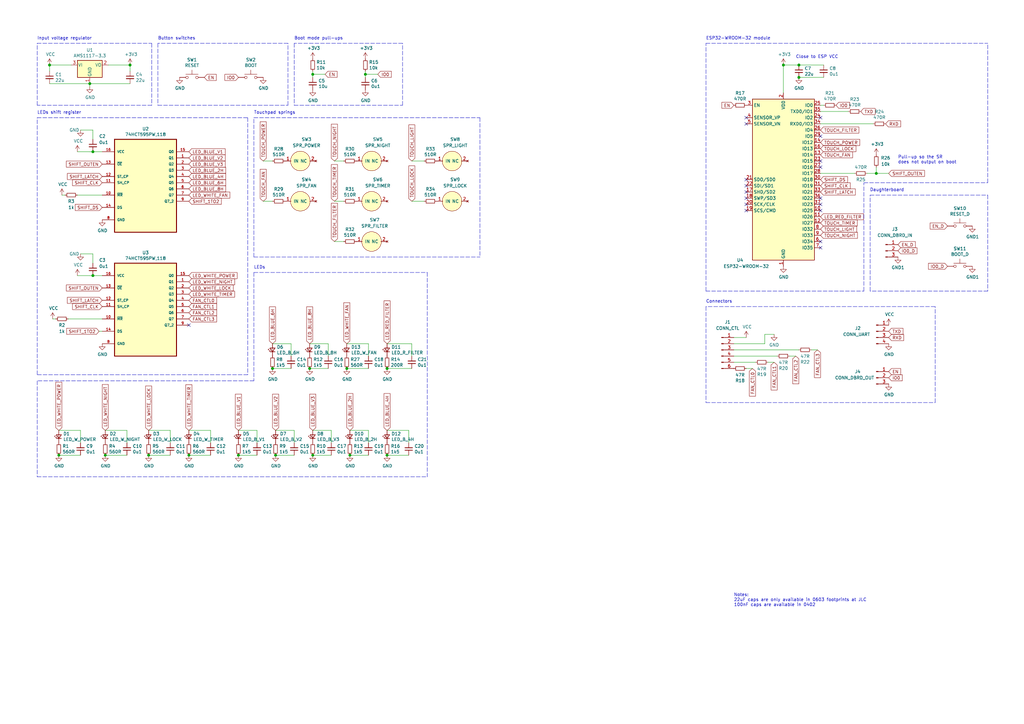
<source format=kicad_sch>
(kicad_sch (version 20210406) (generator eeschema)
  (paper "A3")
  (title_block (title "Levoit Purifier ESP32 PCB") (date "2021-05-18") (rev "v0.2") (company "Davide Depau"))
  (junction (at 20.32 26.67) (diameter 1.016))
  (junction (at 24.13 186.69) (diameter 1.016))
  (junction (at 36.83 34.29) (diameter 1.016))
  (junction (at 38.1 62.23) (diameter 1.016))
  (junction (at 38.1 113.03) (diameter 1.016))
  (junction (at 43.18 186.69) (diameter 1.016))
  (junction (at 53.34 26.67) (diameter 1.016))
  (junction (at 60.96 186.69) (diameter 1.016))
  (junction (at 77.47 186.69) (diameter 1.016))
  (junction (at 97.79 186.69) (diameter 1.016))
  (junction (at 111.76 151.13) (diameter 1.016))
  (junction (at 113.03 186.69) (diameter 1.016))
  (junction (at 127 151.13) (diameter 1.016))
  (junction (at 128.27 30.48) (diameter 1.016))
  (junction (at 128.27 186.69) (diameter 1.016))
  (junction (at 142.24 151.13) (diameter 1.016))
  (junction (at 143.51 186.69) (diameter 1.016))
  (junction (at 149.86 30.48) (diameter 1.016))
  (junction (at 158.75 151.13) (diameter 1.016))
  (junction (at 158.75 186.69) (diameter 1.016))
  (junction (at 321.31 26.67) (diameter 1.016))
  (junction (at 327.66 26.67) (diameter 1.016))
  (junction (at 327.66 31.75) (diameter 1.016))
  (junction (at 359.41 71.12) (diameter 1.016))
  (no_connect (at 77.47 133.35))
  (no_connect (at 306.07 48.26))
  (no_connect (at 306.07 50.8))
  (no_connect (at 306.07 73.66))
  (no_connect (at 306.07 76.2))
  (no_connect (at 306.07 78.74))
  (no_connect (at 306.07 81.28))
  (no_connect (at 306.07 83.82))
  (no_connect (at 306.07 86.36))
  (no_connect (at 336.55 48.26))
  (no_connect (at 336.55 55.88))
  (no_connect (at 336.55 66.04))
  (no_connect (at 336.55 68.58))
  (no_connect (at 336.55 81.28))
  (no_connect (at 336.55 83.82))
  (no_connect (at 336.55 86.36))
  (no_connect (at 336.55 99.06))
  (no_connect (at 336.55 101.6))
  (wire (pts (xy 20.32 26.67) (xy 29.21 26.67)))
  (wire (pts (xy 20.32 29.21) (xy 20.32 26.67)))
  (wire (pts (xy 20.32 34.29) (xy 36.83 34.29)))
  (wire (pts (xy 21.59 130.81) (xy 22.86 130.81)))
  (wire (pts (xy 24.13 186.69) (xy 33.02 186.69)))
  (wire (pts (xy 25.4 80.01) (xy 26.67 80.01)))
  (wire (pts (xy 27.94 130.81) (xy 41.91 130.81)))
  (wire (pts (xy 31.75 80.01) (xy 41.91 80.01)))
  (wire (pts (xy 33.02 53.34) (xy 38.1 53.34)))
  (wire (pts (xy 33.02 104.14) (xy 38.1 104.14)))
  (wire (pts (xy 33.02 176.53) (xy 24.13 176.53)))
  (wire (pts (xy 33.02 181.61) (xy 33.02 176.53)))
  (wire (pts (xy 36.83 34.29) (xy 36.83 35.56)))
  (wire (pts (xy 36.83 34.29) (xy 53.34 34.29)))
  (wire (pts (xy 38.1 53.34) (xy 38.1 57.15)))
  (wire (pts (xy 38.1 62.23) (xy 31.75 62.23)))
  (wire (pts (xy 38.1 104.14) (xy 38.1 107.95)))
  (wire (pts (xy 38.1 113.03) (xy 31.75 113.03)))
  (wire (pts (xy 38.1 113.03) (xy 41.91 113.03)))
  (wire (pts (xy 40.64 135.89) (xy 41.91 135.89)))
  (wire (pts (xy 41.91 62.23) (xy 38.1 62.23)))
  (wire (pts (xy 43.18 176.53) (xy 52.07 176.53)))
  (wire (pts (xy 43.18 186.69) (xy 52.07 186.69)))
  (wire (pts (xy 44.45 26.67) (xy 53.34 26.67)))
  (wire (pts (xy 52.07 176.53) (xy 52.07 181.61)))
  (wire (pts (xy 53.34 26.67) (xy 53.34 29.21)))
  (wire (pts (xy 60.96 176.53) (xy 69.85 176.53)))
  (wire (pts (xy 69.85 176.53) (xy 69.85 181.61)))
  (wire (pts (xy 69.85 186.69) (xy 60.96 186.69)))
  (wire (pts (xy 77.47 176.53) (xy 86.36 176.53)))
  (wire (pts (xy 86.36 176.53) (xy 86.36 181.61)))
  (wire (pts (xy 86.36 186.69) (xy 77.47 186.69)))
  (wire (pts (xy 97.79 176.53) (xy 105.41 176.53)))
  (wire (pts (xy 105.41 176.53) (xy 105.41 181.61)))
  (wire (pts (xy 105.41 186.69) (xy 97.79 186.69)))
  (wire (pts (xy 107.95 66.04) (xy 111.76 66.04)))
  (wire (pts (xy 107.95 82.55) (xy 111.76 82.55)))
  (wire (pts (xy 111.76 140.97) (xy 119.38 140.97)))
  (wire (pts (xy 113.03 176.53) (xy 120.65 176.53)))
  (wire (pts (xy 119.38 140.97) (xy 119.38 146.05)))
  (wire (pts (xy 119.38 151.13) (xy 111.76 151.13)))
  (wire (pts (xy 120.65 176.53) (xy 120.65 181.61)))
  (wire (pts (xy 120.65 186.69) (xy 113.03 186.69)))
  (wire (pts (xy 127 140.97) (xy 134.62 140.97)))
  (wire (pts (xy 128.27 29.21) (xy 128.27 30.48)))
  (wire (pts (xy 128.27 30.48) (xy 128.27 31.75)))
  (wire (pts (xy 128.27 186.69) (xy 135.89 186.69)))
  (wire (pts (xy 133.35 30.48) (xy 128.27 30.48)))
  (wire (pts (xy 134.62 140.97) (xy 134.62 146.05)))
  (wire (pts (xy 134.62 151.13) (xy 127 151.13)))
  (wire (pts (xy 135.89 176.53) (xy 128.27 176.53)))
  (wire (pts (xy 135.89 181.61) (xy 135.89 176.53)))
  (wire (pts (xy 137.16 66.04) (xy 140.97 66.04)))
  (wire (pts (xy 137.16 82.55) (xy 140.97 82.55)))
  (wire (pts (xy 137.16 99.06) (xy 140.97 99.06)))
  (wire (pts (xy 142.24 140.97) (xy 151.13 140.97)))
  (wire (pts (xy 143.51 176.53) (xy 151.13 176.53)))
  (wire (pts (xy 149.86 29.21) (xy 149.86 30.48)))
  (wire (pts (xy 149.86 30.48) (xy 149.86 31.75)))
  (wire (pts (xy 149.86 30.48) (xy 154.94 30.48)))
  (wire (pts (xy 151.13 140.97) (xy 151.13 146.05)))
  (wire (pts (xy 151.13 151.13) (xy 142.24 151.13)))
  (wire (pts (xy 151.13 176.53) (xy 151.13 181.61)))
  (wire (pts (xy 151.13 186.69) (xy 143.51 186.69)))
  (wire (pts (xy 158.75 140.97) (xy 168.91 140.97)))
  (wire (pts (xy 158.75 176.53) (xy 167.64 176.53)))
  (wire (pts (xy 167.64 176.53) (xy 167.64 181.61)))
  (wire (pts (xy 167.64 186.69) (xy 158.75 186.69)))
  (wire (pts (xy 168.91 66.04) (xy 173.99 66.04)))
  (wire (pts (xy 168.91 82.55) (xy 173.99 82.55)))
  (wire (pts (xy 168.91 140.97) (xy 168.91 146.05)))
  (wire (pts (xy 168.91 151.13) (xy 158.75 151.13)))
  (wire (pts (xy 300.99 138.43) (xy 306.07 138.43)))
  (wire (pts (xy 300.99 140.97) (xy 313.69 140.97)))
  (wire (pts (xy 300.99 148.59) (xy 309.88 148.59)))
  (wire (pts (xy 306.07 151.13) (xy 308.61 151.13)))
  (wire (pts (xy 313.69 137.16) (xy 317.5 137.16)))
  (wire (pts (xy 313.69 140.97) (xy 313.69 137.16)))
  (wire (pts (xy 314.96 148.59) (xy 317.5 148.59)))
  (wire (pts (xy 318.77 146.05) (xy 300.99 146.05)))
  (wire (pts (xy 321.31 26.67) (xy 321.31 38.1)))
  (wire (pts (xy 321.31 26.67) (xy 327.66 26.67)))
  (wire (pts (xy 326.39 146.05) (xy 323.85 146.05)))
  (wire (pts (xy 327.66 26.67) (xy 337.82 26.67)))
  (wire (pts (xy 327.66 31.75) (xy 337.82 31.75)))
  (wire (pts (xy 327.66 143.51) (xy 300.99 143.51)))
  (wire (pts (xy 335.28 143.51) (xy 332.74 143.51)))
  (wire (pts (xy 336.55 43.18) (xy 337.82 43.18)))
  (wire (pts (xy 336.55 45.72) (xy 347.98 45.72)))
  (wire (pts (xy 336.55 50.8) (xy 358.14 50.8)))
  (wire (pts (xy 336.55 71.12) (xy 350.52 71.12)))
  (wire (pts (xy 355.6 71.12) (xy 359.41 71.12)))
  (wire (pts (xy 359.41 68.58) (xy 359.41 71.12)))
  (wire (pts (xy 359.41 71.12) (xy 364.49 71.12)))
  (polyline (pts (xy 15.24 17.78) (xy 62.23 17.78)) (stroke (width 0) (type dash)))
  (polyline (pts (xy 15.24 43.18) (xy 15.24 17.78)) (stroke (width 0) (type dash)))
  (polyline (pts (xy 15.24 48.26) (xy 101.6 48.26)) (stroke (width 0) (type dash)))
  (polyline (pts (xy 15.24 153.67) (xy 15.24 48.26)) (stroke (width 0) (type dash)))
  (polyline (pts (xy 15.24 156.21) (xy 15.24 195.58)) (stroke (width 0) (type dash)))
  (polyline (pts (xy 15.24 195.58) (xy 175.26 195.58)) (stroke (width 0) (type dash)))
  (polyline (pts (xy 62.23 17.78) (xy 62.23 43.18)) (stroke (width 0) (type dash)))
  (polyline (pts (xy 62.23 43.18) (xy 15.24 43.18)) (stroke (width 0) (type dash)))
  (polyline (pts (xy 64.77 17.78) (xy 64.77 43.18)) (stroke (width 0) (type dash)))
  (polyline (pts (xy 64.77 43.18) (xy 118.11 43.18)) (stroke (width 0) (type dash)))
  (polyline (pts (xy 101.6 48.26) (xy 101.6 153.67)) (stroke (width 0) (type dash)))
  (polyline (pts (xy 101.6 153.67) (xy 15.24 153.67)) (stroke (width 0) (type dash)))
  (polyline (pts (xy 104.14 48.26) (xy 196.85 48.26)) (stroke (width 0) (type dash)))
  (polyline (pts (xy 104.14 105.41) (xy 104.14 48.26)) (stroke (width 0) (type dash)))
  (polyline (pts (xy 104.14 105.41) (xy 196.85 105.41)) (stroke (width 0) (type dash)))
  (polyline (pts (xy 104.14 111.76) (xy 104.14 156.21)) (stroke (width 0) (type dash)))
  (polyline (pts (xy 104.14 111.76) (xy 175.26 111.76)) (stroke (width 0) (type dash)))
  (polyline (pts (xy 104.14 156.21) (xy 15.24 156.21)) (stroke (width 0) (type dash)))
  (polyline (pts (xy 118.11 17.78) (xy 64.77 17.78)) (stroke (width 0) (type dash)))
  (polyline (pts (xy 118.11 43.18) (xy 118.11 17.78)) (stroke (width 0) (type dash)))
  (polyline (pts (xy 120.65 17.78) (xy 120.65 43.18)) (stroke (width 0) (type dash)))
  (polyline (pts (xy 120.65 43.18) (xy 165.1 43.18)) (stroke (width 0) (type dash)))
  (polyline (pts (xy 165.1 17.78) (xy 120.65 17.78)) (stroke (width 0) (type dash)))
  (polyline (pts (xy 165.1 43.18) (xy 165.1 17.78)) (stroke (width 0) (type dash)))
  (polyline (pts (xy 175.26 111.76) (xy 175.26 195.58)) (stroke (width 0) (type dash)))
  (polyline (pts (xy 196.85 48.26) (xy 196.85 105.41)) (stroke (width 0) (type dash)))
  (polyline (pts (xy 289.56 17.78) (xy 405.13 17.78)) (stroke (width 0) (type dash)))
  (polyline (pts (xy 289.56 119.38) (xy 289.56 17.78)) (stroke (width 0) (type dash)))
  (polyline (pts (xy 289.56 119.38) (xy 354.33 119.38)) (stroke (width 0) (type dash)))
  (polyline (pts (xy 289.56 125.73) (xy 289.56 165.1)) (stroke (width 0) (type dash)))
  (polyline (pts (xy 289.56 165.1) (xy 383.54 165.1)) (stroke (width 0) (type dash)))
  (polyline (pts (xy 354.33 74.93) (xy 405.13 74.93)) (stroke (width 0) (type dash)))
  (polyline (pts (xy 354.33 119.38) (xy 354.33 74.93)) (stroke (width 0) (type dash)))
  (polyline (pts (xy 356.87 80.01) (xy 405.13 80.01)) (stroke (width 0) (type dash)))
  (polyline (pts (xy 356.87 119.38) (xy 356.87 80.01)) (stroke (width 0) (type dash)))
  (polyline (pts (xy 383.54 125.73) (xy 289.56 125.73)) (stroke (width 0) (type dash)))
  (polyline (pts (xy 383.54 165.1) (xy 383.54 125.73)) (stroke (width 0) (type dash)))
  (polyline (pts (xy 405.13 74.93) (xy 405.13 17.78)) (stroke (width 0) (type dash)))
  (polyline (pts (xy 405.13 80.01) (xy 405.13 119.38)) (stroke (width 0) (type dash)))
  (polyline (pts (xy 405.13 119.38) (xy 356.87 119.38)) (stroke (width 0) (type dash)))
  (text "Input voltage regulator" (at 15.24 16.51 0) (effects (font (size 1.27 1.27)) (justify left bottom)))
  (text "LEDs shift register" (at 15.24 46.99 0) (effects (font (size 1.27 1.27)) (justify left bottom)))
  (text "Button switches" (at 64.77 16.51 0) (effects (font (size 1.27 1.27)) (justify left bottom)))
  (text "Touchpad springs" (at 104.14 46.99 0) (effects (font (size 1.27 1.27)) (justify left bottom)))
  (text "LEDs" (at 104.14 110.49 0) (effects (font (size 1.27 1.27)) (justify left bottom)))
  (text "Boot mode pull-ups" (at 120.65 16.51 0) (effects (font (size 1.27 1.27)) (justify left bottom)))
  (text "ESP32-WROOM-32 module" (at 289.56 16.51 0) (effects (font (size 1.27 1.27)) (justify left bottom)))
  (text "Connectors" (at 289.56 124.46 0) (effects (font (size 1.27 1.27)) (justify left bottom)))
  (text "Notes:\n22uF caps are only available in 0603 footprints at JLC\n100nF caps are available in 0402" (at 300.99 248.92 0) (effects (font (size 1.27 1.27)) (justify left bottom)))
  (text "Close to ESP VCC" (at 326.39 24.13 0) (effects (font (size 1.27 1.27)) (justify left bottom)))
  (text "Pull-up so the SR\ndoes not output on boot" (at 368.3 67.31 0) (effects (font (size 1.27 1.27)) (justify left bottom)))
  (text "Daughterboard" (at 370.84 78.74 180) (effects (font (size 1.27 1.27)) (justify right bottom)))
  (global_label "LED_WHITE_POWER" (shape input) (at 24.13 176.53 90) (property "Intersheet References" "${INTERSHEET_REFS}" (effects hide)))
  (global_label "SHIFT_1TO2" (shape input) (at 40.64 135.89 180) (property "Intersheet References" "${INTERSHEET_REFS}" (effects hide)))
  (global_label "SHIFT_OUTEN" (shape input) (at 41.91 67.31 180) (property "Intersheet References" "${INTERSHEET_REFS}" (effects hide)))
  (global_label "SHIFT_LATCH" (shape input) (at 41.91 72.39 180) (property "Intersheet References" "${INTERSHEET_REFS}" (effects hide)))
  (global_label "SHIFT_CLK" (shape input) (at 41.91 74.93 180) (property "Intersheet References" "${INTERSHEET_REFS}" (effects hide)))
  (global_label "SHIFT_DS" (shape input) (at 41.91 85.09 180) (property "Intersheet References" "${INTERSHEET_REFS}" (effects hide)))
  (global_label "SHIFT_OUTEN" (shape input) (at 41.91 118.11 180) (property "Intersheet References" "${INTERSHEET_REFS}" (effects hide)))
  (global_label "SHIFT_LATCH" (shape input) (at 41.91 123.19 180) (property "Intersheet References" "${INTERSHEET_REFS}" (effects hide)))
  (global_label "SHIFT_CLK" (shape input) (at 41.91 125.73 180) (property "Intersheet References" "${INTERSHEET_REFS}" (effects hide)))
  (global_label "LED_WHITE_NIGHT" (shape input) (at 43.18 176.53 90) (property "Intersheet References" "${INTERSHEET_REFS}" (effects hide)))
  (global_label "LED_WHITE_LOCK" (shape input) (at 60.96 176.53 90) (property "Intersheet References" "${INTERSHEET_REFS}" (effects hide)))
  (global_label "LED_BLUE_V1" (shape input) (at 77.47 62.23 0) (property "Intersheet References" "${INTERSHEET_REFS}" (effects hide)))
  (global_label "LED_BLUE_V2" (shape input) (at 77.47 64.77 0) (property "Intersheet References" "${INTERSHEET_REFS}" (effects hide)))
  (global_label "LED_BLUE_V3" (shape input) (at 77.47 67.31 0) (property "Intersheet References" "${INTERSHEET_REFS}" (effects hide)))
  (global_label "LED_BLUE_2H" (shape input) (at 77.47 69.85 0) (property "Intersheet References" "${INTERSHEET_REFS}" (effects hide)))
  (global_label "LED_BLUE_4H" (shape input) (at 77.47 72.39 0) (property "Intersheet References" "${INTERSHEET_REFS}" (effects hide)))
  (global_label "LED_BLUE_6H" (shape input) (at 77.47 74.93 0) (property "Intersheet References" "${INTERSHEET_REFS}" (effects hide)))
  (global_label "LED_BLUE_8H" (shape input) (at 77.47 77.47 0) (property "Intersheet References" "${INTERSHEET_REFS}" (effects hide)))
  (global_label "LED_WHITE_FAN" (shape input) (at 77.47 80.01 0) (property "Intersheet References" "${INTERSHEET_REFS}" (effects hide)))
  (global_label "SHIFT_1TO2" (shape input) (at 77.47 82.55 0) (property "Intersheet References" "${INTERSHEET_REFS}" (effects hide)))
  (global_label "LED_WHITE_POWER" (shape input) (at 77.47 113.03 0) (property "Intersheet References" "${INTERSHEET_REFS}" (effects hide)))
  (global_label "LED_WHITE_NIGHT" (shape input) (at 77.47 115.57 0) (property "Intersheet References" "${INTERSHEET_REFS}" (effects hide)))
  (global_label "LED_WHITE_LOCK" (shape input) (at 77.47 118.11 0) (property "Intersheet References" "${INTERSHEET_REFS}" (effects hide)))
  (global_label "LED_WHITE_TIMER" (shape input) (at 77.47 120.65 0) (property "Intersheet References" "${INTERSHEET_REFS}" (effects hide)))
  (global_label "FAN_CTL0" (shape input) (at 77.47 123.19 0) (property "Intersheet References" "${INTERSHEET_REFS}" (effects hide)))
  (global_label "FAN_CTL1" (shape input) (at 77.47 125.73 0) (property "Intersheet References" "${INTERSHEET_REFS}" (effects hide)))
  (global_label "FAN_CTL2" (shape input) (at 77.47 128.27 0) (property "Intersheet References" "${INTERSHEET_REFS}" (effects hide)))
  (global_label "FAN_CTL3" (shape input) (at 77.47 130.81 0) (property "Intersheet References" "${INTERSHEET_REFS}" (effects hide)))
  (global_label "LED_WHITE_TIMER" (shape input) (at 77.47 176.53 90) (property "Intersheet References" "${INTERSHEET_REFS}" (effects hide)))
  (global_label "EN" (shape input) (at 83.82 31.75 0) (property "Intersheet References" "${INTERSHEET_REFS}" (effects hide)))
  (global_label "IO0" (shape input) (at 97.79 31.75 180) (property "Intersheet References" "${INTERSHEET_REFS}" (effects hide)))
  (global_label "LED_BLUE_V1" (shape input) (at 97.79 176.53 90) (property "Intersheet References" "${INTERSHEET_REFS}" (effects hide)))
  (global_label "TOUCH_POWER" (shape input) (at 107.95 66.04 90) (property "Intersheet References" "${INTERSHEET_REFS}" (effects hide)))
  (global_label "TOUCH_FAN" (shape input) (at 107.95 82.55 90) (property "Intersheet References" "${INTERSHEET_REFS}" (effects hide)))
  (global_label "LED_BLUE_6H" (shape input) (at 111.76 140.97 90) (property "Intersheet References" "${INTERSHEET_REFS}" (effects hide)))
  (global_label "LED_BLUE_V2" (shape input) (at 113.03 176.53 90) (property "Intersheet References" "${INTERSHEET_REFS}" (effects hide)))
  (global_label "LED_BLUE_8H" (shape input) (at 127 140.97 90) (property "Intersheet References" "${INTERSHEET_REFS}" (effects hide)))
  (global_label "LED_BLUE_V3" (shape input) (at 128.27 176.53 90) (property "Intersheet References" "${INTERSHEET_REFS}" (effects hide)))
  (global_label "EN" (shape input) (at 133.35 30.48 0) (property "Intersheet References" "${INTERSHEET_REFS}" (effects hide)))
  (global_label "TOUCH_NIGHT" (shape input) (at 137.16 66.04 90) (property "Intersheet References" "${INTERSHEET_REFS}" (effects hide)))
  (global_label "TOUCH_TIMER" (shape input) (at 137.16 82.55 90) (property "Intersheet References" "${INTERSHEET_REFS}" (effects hide)))
  (global_label "TOUCH_FILTER" (shape input) (at 137.16 99.06 90) (property "Intersheet References" "${INTERSHEET_REFS}" (effects hide)))
  (global_label "LED_WHITE_FAN" (shape input) (at 142.24 140.97 90) (property "Intersheet References" "${INTERSHEET_REFS}" (effects hide)))
  (global_label "LED_BLUE_2H" (shape input) (at 143.51 176.53 90) (property "Intersheet References" "${INTERSHEET_REFS}" (effects hide)))
  (global_label "IO0" (shape input) (at 154.94 30.48 0) (property "Intersheet References" "${INTERSHEET_REFS}" (effects hide)))
  (global_label "LED_RED_FILTER" (shape input) (at 158.75 140.97 90) (property "Intersheet References" "${INTERSHEET_REFS}" (effects hide)))
  (global_label "LED_BLUE_4H" (shape input) (at 158.75 176.53 90) (property "Intersheet References" "${INTERSHEET_REFS}" (effects hide)))
  (global_label "TOUCH_LIGHT" (shape input) (at 168.91 66.04 90) (property "Intersheet References" "${INTERSHEET_REFS}" (effects hide)))
  (global_label "TOUCH_LOCK" (shape input) (at 168.91 82.55 90) (property "Intersheet References" "${INTERSHEET_REFS}" (effects hide)))
  (global_label "EN" (shape input) (at 300.99 43.18 180) (property "Intersheet References" "${INTERSHEET_REFS}" (effects hide)))
  (global_label "FAN_CTL0" (shape input) (at 308.61 151.13 270) (property "Intersheet References" "${INTERSHEET_REFS}" (effects hide)))
  (global_label "FAN_CTL1" (shape input) (at 317.5 148.59 270) (property "Intersheet References" "${INTERSHEET_REFS}" (effects hide)))
  (global_label "FAN_CTL2" (shape input) (at 326.39 146.05 270) (property "Intersheet References" "${INTERSHEET_REFS}" (effects hide)))
  (global_label "FAN_CTL3" (shape input) (at 335.28 143.51 270) (property "Intersheet References" "${INTERSHEET_REFS}" (effects hide)))
  (global_label "TOUCH_FILTER" (shape input) (at 336.55 53.34 0) (property "Intersheet References" "${INTERSHEET_REFS}" (effects hide)))
  (global_label "TOUCH_POWER" (shape input) (at 336.55 58.42 0) (property "Intersheet References" "${INTERSHEET_REFS}" (effects hide)))
  (global_label "TOUCH_LOCK" (shape input) (at 336.55 60.96 0) (property "Intersheet References" "${INTERSHEET_REFS}" (effects hide)))
  (global_label "TOUCH_FAN" (shape input) (at 336.55 63.5 0) (property "Intersheet References" "${INTERSHEET_REFS}" (effects hide)))
  (global_label "SHIFT_DS" (shape input) (at 336.55 73.66 0) (property "Intersheet References" "${INTERSHEET_REFS}" (effects hide)))
  (global_label "SHIFT_CLK" (shape input) (at 336.55 76.2 0) (property "Intersheet References" "${INTERSHEET_REFS}" (effects hide)))
  (global_label "SHIFT_LATCH" (shape input) (at 336.55 78.74 0) (property "Intersheet References" "${INTERSHEET_REFS}" (effects hide)))
  (global_label "LED_RED_FILTER" (shape input) (at 336.55 88.9 0) (property "Intersheet References" "${INTERSHEET_REFS}" (effects hide)))
  (global_label "TOUCH_TIMER" (shape input) (at 336.55 91.44 0) (property "Intersheet References" "${INTERSHEET_REFS}" (effects hide)))
  (global_label "TOUCH_LIGHT" (shape input) (at 336.55 93.98 0) (property "Intersheet References" "${INTERSHEET_REFS}" (effects hide)))
  (global_label "TOUCH_NIGHT" (shape input) (at 336.55 96.52 0) (property "Intersheet References" "${INTERSHEET_REFS}" (effects hide)))
  (global_label "IO0" (shape input) (at 342.9 43.18 0) (property "Intersheet References" "${INTERSHEET_REFS}" (effects hide)))
  (global_label "TXD" (shape input) (at 353.06 45.72 0) (property "Intersheet References" "${INTERSHEET_REFS}" (effects hide)))
  (global_label "RXD" (shape input) (at 363.22 50.8 0) (property "Intersheet References" "${INTERSHEET_REFS}" (effects hide)))
  (global_label "SHIFT_OUTEN" (shape input) (at 364.49 71.12 0) (property "Intersheet References" "${INTERSHEET_REFS}" (effects hide)))
  (global_label "TXD" (shape input) (at 364.49 135.89 0) (property "Intersheet References" "${INTERSHEET_REFS}" (effects hide)))
  (global_label "RXD" (shape input) (at 364.49 138.43 0) (property "Intersheet References" "${INTERSHEET_REFS}" (effects hide)))
  (global_label "EN" (shape input) (at 364.49 152.4 0) (property "Intersheet References" "${INTERSHEET_REFS}" (effects hide)))
  (global_label "IO0" (shape input) (at 364.49 154.94 0) (property "Intersheet References" "${INTERSHEET_REFS}" (effects hide)))
  (global_label "EN_D" (shape input) (at 368.3 100.33 0) (property "Intersheet References" "${INTERSHEET_REFS}" (effects hide)))
  (global_label "IO0_D" (shape input) (at 368.3 102.87 0) (property "Intersheet References" "${INTERSHEET_REFS}" (effects hide)))
  (global_label "EN_D" (shape input) (at 388.62 92.71 180) (property "Intersheet References" "${INTERSHEET_REFS}" (effects hide)))
  (global_label "IO0_D" (shape input) (at 388.62 109.22 180) (property "Intersheet References" "${INTERSHEET_REFS}" (effects hide)))
  (symbol (lib_id "custom-pcb-rescue:VCC-power") (at 20.32 26.67 0) (unit 1)
    (property "Reference" "#PWR0101" (effects hide))
    (property "Value" "VCC" (at 20.701 22.2758 0))
  )
  (symbol (lib_id "custom-pcb-rescue:VCC-power") (at 21.59 130.81 0) (unit 1)
    (property "Reference" "#PWR0121" (effects hide))
    (property "Value" "VCC" (at 21.971 126.4158 0))
  )
  (symbol (lib_id "custom-pcb-rescue:VCC-power") (at 25.4 80.01 0) (unit 1)
    (property "Reference" "#PWR0120" (effects hide))
    (property "Value" "VCC" (at 25.781 75.6158 0))
  )
  (symbol (lib_id "custom-pcb-rescue:VCC-power") (at 31.75 62.23 0) (unit 1)
    (property "Reference" "#PWR0118" (effects hide))
    (property "Value" "VCC" (at 32.131 57.8358 0))
  )
  (symbol (lib_id "custom-pcb-rescue:VCC-power") (at 31.75 113.03 0) (unit 1)
    (property "Reference" "#PWR0119" (effects hide))
    (property "Value" "VCC" (at 32.131 108.6358 0))
  )
  (symbol (lib_id "custom-pcb-rescue:+3V3-power") (at 53.34 26.67 0) (unit 1)
    (property "Reference" "#PWR0102" (effects hide))
    (property "Value" "+3V3" (at 53.721 22.2758 0))
  )
  (symbol (lib_id "custom-pcb-rescue:+3V3-power") (at 128.27 24.13 0) (unit 1)
    (property "Reference" "#PWR0106" (effects hide))
    (property "Value" "+3V3" (at 128.651 19.7358 0))
  )
  (symbol (lib_id "custom-pcb-rescue:+3V3-power") (at 149.86 24.13 0) (unit 1)
    (property "Reference" "#PWR0110" (effects hide))
    (property "Value" "+3V3" (at 150.241 19.7358 0))
  )
  (symbol (lib_id "custom-pcb-rescue:VCC-power") (at 306.07 138.43 0) (unit 1)
    (property "Reference" "#PWR0134" (effects hide))
    (property "Value" "VCC" (at 306.451 134.0358 0))
  )
  (symbol (lib_id "custom-pcb-rescue:+3V3-power") (at 321.31 26.67 0) (unit 1)
    (property "Reference" "#PWR0108" (effects hide))
    (property "Value" "+3V3" (at 321.691 22.2758 0))
  )
  (symbol (lib_id "custom-pcb-rescue:+3V3-power") (at 359.41 63.5 0) (unit 1)
    (property "Reference" "#PWR0115" (effects hide))
    (property "Value" "+3V3" (at 359.791 59.1058 0))
  )
  (symbol (lib_id "custom-pcb-rescue:VCC-power") (at 364.49 133.35 0) (unit 1)
    (property "Reference" "#PWR0136" (effects hide))
    (property "Value" "VCC" (at 364.871 128.9558 0))
  )
  (symbol (lib_id "custom-pcb-rescue:GND-power") (at 24.13 186.69 0) (unit 1)
    (property "Reference" "#PWR0122" (effects hide))
    (property "Value" "GND" (at 24.257 191.0842 0))
  )
  (symbol (lib_id "custom-pcb-rescue:GND-power") (at 33.02 53.34 0) (unit 1)
    (property "Reference" "#PWR0113" (effects hide))
    (property "Value" "GND" (at 30.48 53.34 0))
  )
  (symbol (lib_id "custom-pcb-rescue:GND-power") (at 33.02 104.14 0) (unit 1)
    (property "Reference" "#PWR0116" (effects hide))
    (property "Value" "GND" (at 30.48 104.14 0))
  )
  (symbol (lib_id "custom-pcb-rescue:GND-power") (at 36.83 35.56 0) (unit 1)
    (property "Reference" "#PWR0103" (effects hide))
    (property "Value" "GND" (at 36.957 39.9542 0))
  )
  (symbol (lib_id "custom-pcb-rescue:GND-power") (at 41.91 90.17 0) (unit 1)
    (property "Reference" "#PWR0114" (effects hide))
    (property "Value" "GND" (at 42.037 94.5642 0))
  )
  (symbol (lib_id "custom-pcb-rescue:GND-power") (at 41.91 140.97 0) (unit 1)
    (property "Reference" "#PWR0117" (effects hide))
    (property "Value" "GND" (at 42.037 145.3642 0))
  )
  (symbol (lib_id "custom-pcb-rescue:GND-power") (at 43.18 186.69 0) (unit 1)
    (property "Reference" "#PWR0123" (effects hide))
    (property "Value" "GND" (at 43.307 191.0842 0))
  )
  (symbol (lib_id "custom-pcb-rescue:GND-power") (at 60.96 186.69 0) (unit 1)
    (property "Reference" "#PWR0124" (effects hide))
    (property "Value" "GND" (at 61.087 191.0842 0))
  )
  (symbol (lib_id "custom-pcb-rescue:GND-power") (at 73.66 31.75 0) (unit 1)
    (property "Reference" "#PWR0104" (effects hide))
    (property "Value" "GND" (at 73.787 36.1442 0))
  )
  (symbol (lib_id "custom-pcb-rescue:GND-power") (at 77.47 186.69 0) (unit 1)
    (property "Reference" "#PWR0125" (effects hide))
    (property "Value" "GND" (at 77.597 191.0842 0))
  )
  (symbol (lib_id "custom-pcb-rescue:GND-power") (at 97.79 186.69 0) (unit 1)
    (property "Reference" "#PWR0127" (effects hide))
    (property "Value" "GND" (at 97.917 191.0842 0))
  )
  (symbol (lib_id "custom-pcb-rescue:GND-power") (at 107.95 31.75 0) (unit 1)
    (property "Reference" "#PWR0105" (effects hide))
    (property "Value" "GND" (at 108.077 36.1442 0))
  )
  (symbol (lib_id "custom-pcb-rescue:GND-power") (at 111.76 151.13 0) (unit 1)
    (property "Reference" "#PWR0126" (effects hide))
    (property "Value" "GND" (at 111.887 155.5242 0))
  )
  (symbol (lib_id "custom-pcb-rescue:GND-power") (at 113.03 186.69 0) (unit 1)
    (property "Reference" "#PWR0128" (effects hide))
    (property "Value" "GND" (at 113.157 191.0842 0))
  )
  (symbol (lib_id "custom-pcb-rescue:GND-power") (at 127 151.13 0) (unit 1)
    (property "Reference" "#PWR0132" (effects hide))
    (property "Value" "GND" (at 127.127 155.5242 0))
  )
  (symbol (lib_id "custom-pcb-rescue:GND-power") (at 128.27 36.83 0) (unit 1)
    (property "Reference" "#PWR0107" (effects hide))
    (property "Value" "GND" (at 128.397 41.2242 0))
  )
  (symbol (lib_id "custom-pcb-rescue:GND-power") (at 128.27 186.69 0) (unit 1)
    (property "Reference" "#PWR0129" (effects hide))
    (property "Value" "GND" (at 128.397 191.0842 0))
  )
  (symbol (lib_id "custom-pcb-rescue:GND-power") (at 142.24 151.13 0) (unit 1)
    (property "Reference" "#PWR0138" (effects hide))
    (property "Value" "GND" (at 142.367 155.5242 0))
  )
  (symbol (lib_id "custom-pcb-rescue:GND-power") (at 143.51 186.69 0) (unit 1)
    (property "Reference" "#PWR0130" (effects hide))
    (property "Value" "GND" (at 143.637 191.0842 0))
  )
  (symbol (lib_id "custom-pcb-rescue:GND-power") (at 149.86 36.83 0) (unit 1)
    (property "Reference" "#PWR0111" (effects hide))
    (property "Value" "GND" (at 149.987 41.2242 0))
  )
  (symbol (lib_id "custom-pcb-rescue:GND-power") (at 158.75 151.13 0) (unit 1)
    (property "Reference" "#PWR0133" (effects hide))
    (property "Value" "GND" (at 158.877 155.5242 0))
  )
  (symbol (lib_id "custom-pcb-rescue:GND-power") (at 158.75 186.69 0) (unit 1)
    (property "Reference" "#PWR0131" (effects hide))
    (property "Value" "GND" (at 158.877 191.0842 0))
  )
  (symbol (lib_id "power:GND") (at 317.5 137.16 0) (unit 1)
    (property "Reference" "#PWR0135" (effects hide))
    (property "Value" "GND" (at 317.5 141.4844 0))
  )
  (symbol (lib_id "custom-pcb-rescue:GND-power") (at 321.31 109.22 0) (unit 1)
    (property "Reference" "#PWR0112" (effects hide))
    (property "Value" "GND" (at 321.437 113.6142 0))
  )
  (symbol (lib_id "custom-pcb-rescue:GND-power") (at 327.66 31.75 0) (unit 1)
    (property "Reference" "#PWR0109" (effects hide))
    (property "Value" "GND" (at 327.787 36.1442 0))
  )
  (symbol (lib_id "custom-pcb-rescue:GND-power") (at 364.49 140.97 0) (unit 1)
    (property "Reference" "#PWR0137" (effects hide))
    (property "Value" "GND" (at 364.617 145.3642 0))
  )
  (symbol (lib_id "custom-pcb-rescue:GND-power") (at 364.49 157.48 0) (unit 1)
    (property "Reference" "#PWR0139" (effects hide))
    (property "Value" "GND" (at 364.617 161.8742 0))
  )
  (symbol (lib_id "power:GND1") (at 368.3 105.41 0) (unit 1)
    (property "Reference" "#PWR0140" (effects hide))
    (property "Value" "GND1" (at 368.3 109.7344 0))
  )
  (symbol (lib_id "custom-pcb-rescue:GND1-power") (at 398.78 92.71 0) (unit 1)
    (property "Reference" "#PWR0142" (effects hide))
    (property "Value" "GND1" (at 398.907 97.1042 0))
  )
  (symbol (lib_id "custom-pcb-rescue:GND1-power") (at 398.78 109.22 0) (unit 1)
    (property "Reference" "#PWR0141" (effects hide))
    (property "Value" "GND1" (at 398.907 113.6142 0))
  )
  (symbol (lib_id "custom-pcb-rescue:R_Small-Device") (at 24.13 184.15 0) (unit 1)
    (property "Reference" "R1" (at 25.6286 182.9816 0) (effects (justify left)))
    (property "Value" "560R" (at 25.6286 185.293 0) (effects (justify left)))
    (property "Footprint" "Resistor_SMD:R_0603_1608Metric" (effects hide))
    (property "LCSC Part" "C23204" (effects hide))
  )
  (symbol (lib_id "custom-pcb-rescue:R_Small-Device") (at 25.4 130.81 270) (unit 1)
    (property "Reference" "R2" (at 25.4 133.35 90))
    (property "Value" "1k" (at 25.4 135.89 90))
    (property "Footprint" "Resistor_SMD:R_0402_1005Metric" (effects hide))
    (property "LCSC Part" "C11702" (effects hide))
  )
  (symbol (lib_id "custom-pcb-rescue:R_Small-Device") (at 29.21 80.01 270) (unit 1)
    (property "Reference" "R3" (at 29.21 82.55 90))
    (property "Value" "1k" (at 29.21 85.09 90))
    (property "Footprint" "Resistor_SMD:R_0402_1005Metric" (effects hide))
    (property "LCSC Part" "C11702" (effects hide))
  )
  (symbol (lib_id "custom-pcb-rescue:R_Small-Device") (at 43.18 184.15 0) (unit 1)
    (property "Reference" "R4" (at 44.6786 182.9816 0) (effects (justify left)))
    (property "Value" "560R" (at 44.6786 185.293 0) (effects (justify left)))
    (property "Footprint" "Resistor_SMD:R_0603_1608Metric" (effects hide))
    (property "LCSC Part" "C23204" (effects hide))
  )
  (symbol (lib_id "custom-pcb-rescue:R_Small-Device") (at 60.96 184.15 0) (unit 1)
    (property "Reference" "R5" (at 62.4586 182.9816 0) (effects (justify left)))
    (property "Value" "560R" (at 62.4586 185.293 0) (effects (justify left)))
    (property "Footprint" "Resistor_SMD:R_0603_1608Metric" (effects hide))
    (property "LCSC Part" "C23204" (effects hide))
  )
  (symbol (lib_id "custom-pcb-rescue:R_Small-Device") (at 77.47 184.15 0) (unit 1)
    (property "Reference" "R6" (at 78.9686 182.9816 0) (effects (justify left)))
    (property "Value" "560R" (at 78.9686 185.293 0) (effects (justify left)))
    (property "Footprint" "Resistor_SMD:R_0603_1608Metric" (effects hide))
    (property "LCSC Part" "C23204" (effects hide))
  )
  (symbol (lib_id "custom-pcb-rescue:R_Small-Device") (at 97.79 184.15 0) (unit 1)
    (property "Reference" "R7" (at 99.2886 182.9816 0) (effects (justify left)))
    (property "Value" "1k5" (at 99.2886 185.293 0) (effects (justify left)))
    (property "Footprint" "Resistor_SMD:R_0402_1005Metric" (effects hide))
    (property "LCSC Part" "C25867" (effects hide))
  )
  (symbol (lib_id "custom-pcb-rescue:R_Small-Device") (at 111.76 148.59 0) (unit 1)
    (property "Reference" "R8" (at 113.2586 147.4216 0) (effects (justify left)))
    (property "Value" "1k5" (at 113.2586 149.733 0) (effects (justify left)))
    (property "Footprint" "Resistor_SMD:R_0402_1005Metric" (effects hide))
    (property "LCSC Part" "C25867" (effects hide))
  )
  (symbol (lib_id "custom-pcb-rescue:R_Small-Device") (at 113.03 184.15 0) (unit 1)
    (property "Reference" "R9" (at 114.5286 182.9816 0) (effects (justify left)))
    (property "Value" "1k5" (at 114.5286 185.293 0) (effects (justify left)))
    (property "Footprint" "Resistor_SMD:R_0402_1005Metric" (effects hide))
    (property "LCSC Part" "C25867" (effects hide))
  )
  (symbol (lib_id "custom-pcb-rescue:R_Small-Device") (at 114.3 66.04 270) (unit 1)
    (property "Reference" "R28" (at 114.3 61.0616 90))
    (property "Value" "510R" (at 114.3 63.373 90))
    (property "Footprint" "Resistor_SMD:R_0402_1005Metric" (effects hide))
    (property "LCSC Part" "C25125" (effects hide))
  )
  (symbol (lib_id "custom-pcb-rescue:R_Small-Device") (at 114.3 82.55 270) (unit 1)
    (property "Reference" "R29" (at 114.3 77.5716 90))
    (property "Value" "510R" (at 114.3 79.883 90))
    (property "Footprint" "Resistor_SMD:R_0402_1005Metric" (effects hide))
    (property "LCSC Part" "C25125" (effects hide))
  )
  (symbol (lib_id "custom-pcb-rescue:R_Small-Device") (at 127 148.59 0) (unit 1)
    (property "Reference" "R12" (at 128.4986 147.4216 0) (effects (justify left)))
    (property "Value" "1k5" (at 128.4986 149.733 0) (effects (justify left)))
    (property "Footprint" "Resistor_SMD:R_0402_1005Metric" (effects hide))
    (property "LCSC Part" "C25867" (effects hide))
  )
  (symbol (lib_id "custom-pcb-rescue:R_Small-Device") (at 128.27 26.67 0) (unit 1)
    (property "Reference" "R11" (at 129.7686 25.5016 0) (effects (justify left)))
    (property "Value" "10k" (at 129.7686 27.813 0) (effects (justify left)))
    (property "Footprint" "Resistor_SMD:R_0402_1005Metric" (effects hide))
    (property "LCSC Part" "C25744" (effects hide))
  )
  (symbol (lib_id "custom-pcb-rescue:R_Small-Device") (at 128.27 184.15 0) (unit 1)
    (property "Reference" "R10" (at 129.7686 182.9816 0) (effects (justify left)))
    (property "Value" "1k5" (at 129.7686 185.293 0) (effects (justify left)))
    (property "Footprint" "Resistor_SMD:R_0402_1005Metric" (effects hide))
    (property "LCSC Part" "C25867" (effects hide))
  )
  (symbol (lib_id "custom-pcb-rescue:R_Small-Device") (at 142.24 148.59 0) (unit 1)
    (property "Reference" "R27" (at 143.7386 147.4216 0) (effects (justify left)))
    (property "Value" "560R" (at 143.7386 149.733 0) (effects (justify left)))
    (property "Footprint" "Resistor_SMD:R_0603_1608Metric" (effects hide))
    (property "LCSC Part" "C23204" (effects hide))
  )
  (symbol (lib_id "custom-pcb-rescue:R_Small-Device") (at 143.51 66.04 270) (unit 1)
    (property "Reference" "R30" (at 143.51 61.0616 90))
    (property "Value" "510R" (at 143.51 63.373 90))
    (property "Footprint" "Resistor_SMD:R_0402_1005Metric" (effects hide))
    (property "LCSC Part" "C25125" (effects hide))
  )
  (symbol (lib_id "custom-pcb-rescue:R_Small-Device") (at 143.51 82.55 270) (unit 1)
    (property "Reference" "R31" (at 143.51 77.5716 90))
    (property "Value" "510R" (at 143.51 79.883 90))
    (property "Footprint" "Resistor_SMD:R_0402_1005Metric" (effects hide))
    (property "LCSC Part" "C25125" (effects hide))
  )
  (symbol (lib_id "custom-pcb-rescue:R_Small-Device") (at 143.51 99.06 270) (unit 1)
    (property "Reference" "R32" (at 143.51 94.0816 90))
    (property "Value" "510R" (at 143.51 96.393 90))
    (property "Footprint" "Resistor_SMD:R_0402_1005Metric" (effects hide))
    (property "LCSC Part" "C25125" (effects hide))
  )
  (symbol (lib_id "custom-pcb-rescue:R_Small-Device") (at 143.51 184.15 0) (unit 1)
    (property "Reference" "R13" (at 145.0086 182.9816 0) (effects (justify left)))
    (property "Value" "1k5" (at 145.0086 185.293 0) (effects (justify left)))
    (property "Footprint" "Resistor_SMD:R_0402_1005Metric" (effects hide))
    (property "LCSC Part" "C25867" (effects hide))
  )
  (symbol (lib_id "custom-pcb-rescue:R_Small-Device") (at 149.86 26.67 0) (unit 1)
    (property "Reference" "R15" (at 151.3586 25.5016 0) (effects (justify left)))
    (property "Value" "10k" (at 151.3586 27.813 0) (effects (justify left)))
    (property "Footprint" "Resistor_SMD:R_0402_1005Metric" (effects hide))
    (property "LCSC Part" "C25744" (effects hide))
  )
  (symbol (lib_id "custom-pcb-rescue:R_Small-Device") (at 158.75 148.59 0) (unit 1)
    (property "Reference" "R14" (at 160.2486 147.4216 0) (effects (justify left)))
    (property "Value" "200R" (at 160.2486 149.733 0) (effects (justify left)))
    (property "Footprint" "Resistor_SMD:R_0402_1005Metric" (effects hide))
    (property "LCSC Part" "C25087" (effects hide))
  )
  (symbol (lib_id "custom-pcb-rescue:R_Small-Device") (at 158.75 184.15 0) (unit 1)
    (property "Reference" "R16" (at 160.2486 182.9816 0) (effects (justify left)))
    (property "Value" "1k5" (at 160.2486 185.293 0) (effects (justify left)))
    (property "Footprint" "Resistor_SMD:R_0402_1005Metric" (effects hide))
    (property "LCSC Part" "C25867" (effects hide))
  )
  (symbol (lib_id "custom-pcb-rescue:R_Small-Device") (at 176.53 66.04 270) (unit 1)
    (property "Reference" "R33" (at 176.53 61.0616 90))
    (property "Value" "510R" (at 176.53 63.373 90))
    (property "Footprint" "Resistor_SMD:R_0402_1005Metric" (effects hide))
    (property "LCSC Part" "C25125" (effects hide))
  )
  (symbol (lib_id "custom-pcb-rescue:R_Small-Device") (at 176.53 82.55 270) (unit 1)
    (property "Reference" "R34" (at 176.53 77.5716 90))
    (property "Value" "510R" (at 176.53 79.883 90))
    (property "Footprint" "Resistor_SMD:R_0402_1005Metric" (effects hide))
    (property "LCSC Part" "C25125" (effects hide))
  )
  (symbol (lib_id "custom-pcb-rescue:R_Small-Device") (at 303.53 43.18 270) (unit 1)
    (property "Reference" "R17" (at 303.53 38.2016 90))
    (property "Value" "470R" (at 303.53 40.513 90))
    (property "Footprint" "Resistor_SMD:R_0402_1005Metric" (effects hide))
    (property "LCSC Part" "C25117" (effects hide))
  )
  (symbol (lib_id "custom-pcb-rescue:R_Small-Device") (at 303.53 151.13 90) (unit 1)
    (property "Reference" "R18" (at 303.53 156.1084 90))
    (property "Value" "47R" (at 303.53 153.797 90))
    (property "Footprint" "Resistor_SMD:R_0402_1005Metric" (effects hide))
    (property "LCSC Part" "C25118" (effects hide))
  )
  (symbol (lib_id "custom-pcb-rescue:R_Small-Device") (at 312.42 148.59 90) (unit 1)
    (property "Reference" "R19" (at 312.42 153.5684 90))
    (property "Value" "47R" (at 312.42 151.257 90))
    (property "Footprint" "Resistor_SMD:R_0402_1005Metric" (effects hide))
    (property "LCSC Part" "C25118" (effects hide))
  )
  (symbol (lib_id "custom-pcb-rescue:R_Small-Device") (at 321.31 146.05 90) (unit 1)
    (property "Reference" "R20" (at 321.31 151.0284 90))
    (property "Value" "47R" (at 321.31 148.717 90))
    (property "Footprint" "Resistor_SMD:R_0402_1005Metric" (effects hide))
    (property "LCSC Part" "C25118" (effects hide))
  )
  (symbol (lib_id "custom-pcb-rescue:R_Small-Device") (at 330.2 143.51 90) (unit 1)
    (property "Reference" "R22" (at 330.2 148.4884 90))
    (property "Value" "47R" (at 330.2 146.177 90))
    (property "Footprint" "Resistor_SMD:R_0402_1005Metric" (effects hide))
    (property "LCSC Part" "C25118" (effects hide))
  )
  (symbol (lib_id "custom-pcb-rescue:R_Small-Device") (at 340.36 43.18 270) (unit 1)
    (property "Reference" "R21" (at 340.36 38.2016 90))
    (property "Value" "470R" (at 340.36 40.513 90))
    (property "Footprint" "Resistor_SMD:R_0402_1005Metric" (effects hide))
    (property "LCSC Part" "C25117" (effects hide))
  )
  (symbol (lib_id "custom-pcb-rescue:R_Small-Device") (at 350.52 45.72 270) (unit 1)
    (property "Reference" "R23" (at 350.52 40.7416 90))
    (property "Value" "470R" (at 350.52 43.053 90))
    (property "Footprint" "Resistor_SMD:R_0402_1005Metric" (effects hide))
    (property "LCSC Part" "C25117" (effects hide))
  )
  (symbol (lib_id "custom-pcb-rescue:R_Small-Device") (at 353.06 71.12 90) (unit 1)
    (property "Reference" "R25" (at 353.06 73.66 90))
    (property "Value" "470R" (at 353.06 68.58 90))
    (property "Footprint" "Resistor_SMD:R_0402_1005Metric" (effects hide))
    (property "LCSC Part" "C25117" (effects hide))
  )
  (symbol (lib_id "custom-pcb-rescue:R_Small-Device") (at 359.41 66.04 0) (unit 1)
    (property "Reference" "R26" (at 363.22 64.77 0))
    (property "Value" "10k" (at 363.22 67.31 0))
    (property "Footprint" "Resistor_SMD:R_0402_1005Metric" (effects hide))
    (property "LCSC Part" "C25744" (effects hide))
  )
  (symbol (lib_id "custom-pcb-rescue:R_Small-Device") (at 360.68 50.8 270) (unit 1)
    (property "Reference" "R24" (at 360.68 45.8216 90))
    (property "Value" "470R" (at 360.68 48.133 90))
    (property "Footprint" "Resistor_SMD:R_0402_1005Metric" (effects hide))
    (property "LCSC Part" "C25117" (effects hide))
  )
  (symbol (lib_id "custom-pcb-rescue:LED_Small-Device") (at 24.13 179.07 90) (unit 1)
    (property "Reference" "D1" (at 25.908 177.9016 90) (effects (justify right)))
    (property "Value" "LED_W_POWER" (at 25.908 180.213 90) (effects (justify right)))
    (property "Footprint" "custom-pcb:LED_D5.0mm-centered" (effects hide))
    (property "JLCPCB BOM" "0" (effects hide))
  )
  (symbol (lib_id "custom-pcb-rescue:LED_Small-Device") (at 43.18 179.07 90) (unit 1)
    (property "Reference" "D2" (at 44.958 177.9016 90) (effects (justify right)))
    (property "Value" "LED_W_NIGHT" (at 44.958 180.213 90) (effects (justify right)))
    (property "Footprint" "custom-pcb:LED_D5.0mm-centered" (effects hide))
    (property "JLCPCB BOM" "0" (effects hide))
  )
  (symbol (lib_id "custom-pcb-rescue:LED_Small-Device") (at 60.96 179.07 90) (unit 1)
    (property "Reference" "D3" (at 62.738 177.9016 90) (effects (justify right)))
    (property "Value" "LED_W_LOCK" (at 62.738 180.213 90) (effects (justify right)))
    (property "Footprint" "custom-pcb:LED_D5.0mm-centered" (effects hide))
    (property "JLCPCB BOM" "0" (effects hide))
  )
  (symbol (lib_id "custom-pcb-rescue:LED_Small-Device") (at 77.47 179.07 90) (unit 1)
    (property "Reference" "D4" (at 79.248 177.9016 90) (effects (justify right)))
    (property "Value" "LED_W_TIMER" (at 79.248 180.213 90) (effects (justify right)))
    (property "Footprint" "custom-pcb:LED_D5.0mm-centered" (effects hide))
    (property "JLCPCB BOM" "0" (effects hide))
  )
  (symbol (lib_id "custom-pcb-rescue:LED_Small-Device") (at 97.79 179.07 90) (unit 1)
    (property "Reference" "D5" (at 99.568 177.9016 90) (effects (justify right)))
    (property "Value" "LED_B_V1" (at 99.568 180.213 90) (effects (justify right)))
    (property "Footprint" "LED_SMD:LED_0603_1608Metric_Pad1.05x0.95mm_HandSolder" (effects hide))
    (property "JLCPCB BOM" "0" (effects hide))
  )
  (symbol (lib_id "custom-pcb-rescue:LED_Small-Device") (at 111.76 143.51 90) (unit 1)
    (property "Reference" "D6" (at 113.538 142.3416 90) (effects (justify right)))
    (property "Value" "LED_B_6H" (at 113.538 144.653 90) (effects (justify right)))
    (property "Footprint" "LED_SMD:LED_0603_1608Metric_Pad1.05x0.95mm_HandSolder" (effects hide))
    (property "JLCPCB BOM" "0" (effects hide))
  )
  (symbol (lib_id "custom-pcb-rescue:LED_Small-Device") (at 113.03 179.07 90) (unit 1)
    (property "Reference" "D7" (at 114.808 177.9016 90) (effects (justify right)))
    (property "Value" "LED_B_V2" (at 114.808 180.213 90) (effects (justify right)))
    (property "Footprint" "LED_SMD:LED_0603_1608Metric_Pad1.05x0.95mm_HandSolder" (effects hide))
    (property "JLCPCB BOM" "0" (effects hide))
  )
  (symbol (lib_id "custom-pcb-rescue:LED_Small-Device") (at 127 143.51 90) (unit 1)
    (property "Reference" "D9" (at 128.778 142.3416 90) (effects (justify right)))
    (property "Value" "LED_B_8H" (at 128.778 144.653 90) (effects (justify right)))
    (property "Footprint" "LED_SMD:LED_0603_1608Metric_Pad1.05x0.95mm_HandSolder" (effects hide))
    (property "JLCPCB BOM" "0" (effects hide))
  )
  (symbol (lib_id "custom-pcb-rescue:LED_Small-Device") (at 128.27 179.07 90) (unit 1)
    (property "Reference" "D8" (at 130.048 177.9016 90) (effects (justify right)))
    (property "Value" "LED_B_V3" (at 130.048 180.213 90) (effects (justify right)))
    (property "Footprint" "LED_SMD:LED_0603_1608Metric_Pad1.05x0.95mm_HandSolder" (effects hide))
    (property "JLCPCB BOM" "0" (effects hide))
  )
  (symbol (lib_id "custom-pcb-rescue:LED_Small-Device") (at 142.24 143.51 90) (unit 1)
    (property "Reference" "D13" (at 144.018 142.3416 90) (effects (justify right)))
    (property "Value" "LED_W_FAN" (at 144.018 144.653 90) (effects (justify right)))
    (property "Footprint" "custom-pcb:LED_D5.0mm-centered" (effects hide))
    (property "JLCPCB BOM" "0" (effects hide))
  )
  (symbol (lib_id "custom-pcb-rescue:LED_Small-Device") (at 143.51 179.07 90) (unit 1)
    (property "Reference" "D10" (at 145.288 177.9016 90) (effects (justify right)))
    (property "Value" "LED_B_2H" (at 145.288 180.213 90) (effects (justify right)))
    (property "Footprint" "LED_SMD:LED_0603_1608Metric_Pad1.05x0.95mm_HandSolder" (effects hide))
    (property "JLCPCB BOM" "0" (effects hide))
  )
  (symbol (lib_id "custom-pcb-rescue:LED_Small-Device") (at 158.75 143.51 90) (unit 1)
    (property "Reference" "D11" (at 160.528 142.3416 90) (effects (justify right)))
    (property "Value" "LED_R_FILTER" (at 160.528 144.653 90) (effects (justify right)))
    (property "Footprint" "custom-pcb:LED_D5.0mm-centered" (effects hide))
    (property "JLCPCB BOM" "0" (effects hide))
  )
  (symbol (lib_id "custom-pcb-rescue:LED_Small-Device") (at 158.75 179.07 90) (unit 1)
    (property "Reference" "D12" (at 160.528 177.9016 90) (effects (justify right)))
    (property "Value" "LED_B_4H" (at 160.528 180.213 90) (effects (justify right)))
    (property "Footprint" "LED_SMD:LED_0603_1608Metric_Pad1.05x0.95mm_HandSolder" (effects hide))
    (property "JLCPCB BOM" "0" (effects hide))
  )
  (symbol (lib_id "custom-pcb-rescue:C_Small-Device") (at 20.32 31.75 0) (unit 1)
    (property "Reference" "C1" (at 22.6568 30.5816 0) (effects (justify left)))
    (property "Value" "22u" (at 22.6568 32.893 0) (effects (justify left)))
    (property "Footprint" "Capacitor_SMD:C_0805_2012Metric" (effects hide))
    (property "LCSC Part" "C45783" (effects hide))
  )
  (symbol (lib_id "custom-pcb-rescue:C_Small-Device") (at 33.02 184.15 180) (unit 1)
    (property "Reference" "C9" (at 35.3568 182.9816 0) (effects (justify right)))
    (property "Value" "0u1" (at 35.3568 185.293 0) (effects (justify right)))
    (property "Footprint" "Capacitor_SMD:C_0402_1005Metric" (effects hide))
  )
  (symbol (lib_id "custom-pcb-rescue:C_Small-Device") (at 38.1 59.69 0) (unit 1)
    (property "Reference" "C2" (at 40.64 55.88 0) (effects (justify left)))
    (property "Value" "0u1" (at 40.64 58.42 0) (effects (justify left)))
    (property "Footprint" "Capacitor_SMD:C_0805_2012Metric" (effects hide))
    (property "LCSC Part" "C49678" (effects hide))
  )
  (symbol (lib_id "custom-pcb-rescue:C_Small-Device") (at 38.1 110.49 0) (unit 1)
    (property "Reference" "C3" (at 40.64 106.68 0) (effects (justify left)))
    (property "Value" "0u1" (at 40.64 109.22 0) (effects (justify left)))
    (property "Footprint" "Capacitor_SMD:C_0805_2012Metric" (effects hide))
    (property "LCSC Part" "C49678" (effects hide))
  )
  (symbol (lib_id "custom-pcb-rescue:C_Small-Device") (at 52.07 184.15 180) (unit 1)
    (property "Reference" "C10" (at 54.4068 182.9816 0) (effects (justify right)))
    (property "Value" "0u1" (at 54.4068 185.293 0) (effects (justify right)))
    (property "Footprint" "Capacitor_SMD:C_0402_1005Metric" (effects hide))
  )
  (symbol (lib_id "custom-pcb-rescue:C_Small-Device") (at 53.34 31.75 0) (unit 1)
    (property "Reference" "C4" (at 55.6768 30.5816 0) (effects (justify left)))
    (property "Value" "22u" (at 55.6768 32.893 0) (effects (justify left)))
    (property "Footprint" "Capacitor_SMD:C_0805_2012Metric" (effects hide))
    (property "LCSC Part" "C45783" (effects hide))
  )
  (symbol (lib_id "custom-pcb-rescue:C_Small-Device") (at 69.85 184.15 180) (unit 1)
    (property "Reference" "C11" (at 72.1868 182.9816 0) (effects (justify right)))
    (property "Value" "0u1" (at 72.1868 185.293 0) (effects (justify right)))
    (property "Footprint" "Capacitor_SMD:C_0402_1005Metric" (effects hide))
  )
  (symbol (lib_id "custom-pcb-rescue:C_Small-Device") (at 86.36 184.15 180) (unit 1)
    (property "Reference" "C12" (at 88.6968 182.9816 0) (effects (justify right)))
    (property "Value" "0u1" (at 88.6968 185.293 0) (effects (justify right)))
    (property "Footprint" "Capacitor_SMD:C_0402_1005Metric" (effects hide))
  )
  (symbol (lib_id "custom-pcb-rescue:C_Small-Device") (at 105.41 184.15 180) (unit 1)
    (property "Reference" "C13" (at 107.7468 182.9816 0) (effects (justify right)))
    (property "Value" "0u1" (at 107.7468 185.293 0) (effects (justify right)))
    (property "Footprint" "Capacitor_SMD:C_0402_1005Metric" (effects hide))
  )
  (symbol (lib_id "custom-pcb-rescue:C_Small-Device") (at 119.38 148.59 180) (unit 1)
    (property "Reference" "C14" (at 121.7168 147.4216 0) (effects (justify right)))
    (property "Value" "0u1" (at 121.7168 149.733 0) (effects (justify right)))
    (property "Footprint" "Capacitor_SMD:C_0402_1005Metric" (effects hide))
  )
  (symbol (lib_id "custom-pcb-rescue:C_Small-Device") (at 120.65 184.15 180) (unit 1)
    (property "Reference" "C15" (at 122.9868 182.9816 0) (effects (justify right)))
    (property "Value" "0u1" (at 122.9868 185.293 0) (effects (justify right)))
    (property "Footprint" "Capacitor_SMD:C_0402_1005Metric" (effects hide))
  )
  (symbol (lib_id "custom-pcb-rescue:C_Small-Device") (at 128.27 34.29 0) (unit 1)
    (property "Reference" "C5" (at 130.6068 33.1216 0) (effects (justify left)))
    (property "Value" "10u" (at 130.6068 35.433 0) (effects (justify left)))
    (property "Footprint" "Capacitor_SMD:C_0402_1005Metric" (effects hide))
    (property "LCSC Part" "C15525" (effects hide))
  )
  (symbol (lib_id "custom-pcb-rescue:C_Small-Device") (at 134.62 148.59 180) (unit 1)
    (property "Reference" "C16" (at 136.9568 147.4216 0) (effects (justify right)))
    (property "Value" "0u1" (at 136.9568 149.733 0) (effects (justify right)))
    (property "Footprint" "Capacitor_SMD:C_0402_1005Metric" (effects hide))
  )
  (symbol (lib_id "custom-pcb-rescue:C_Small-Device") (at 135.89 184.15 180) (unit 1)
    (property "Reference" "C17" (at 138.2268 182.9816 0) (effects (justify right)))
    (property "Value" "0u1" (at 138.2268 185.293 0) (effects (justify right)))
    (property "Footprint" "Capacitor_SMD:C_0402_1005Metric" (effects hide))
  )
  (symbol (lib_id "custom-pcb-rescue:C_Small-Device") (at 149.86 34.29 0) (unit 1)
    (property "Reference" "C6" (at 152.1968 33.1216 0) (effects (justify left)))
    (property "Value" "0u1" (at 152.1968 35.433 0) (effects (justify left)))
    (property "Footprint" "Capacitor_SMD:C_0402_1005Metric" (effects hide))
    (property "LCSC Part" "C1525" (effects hide))
  )
  (symbol (lib_id "custom-pcb-rescue:C_Small-Device") (at 151.13 148.59 180) (unit 1)
    (property "Reference" "C18" (at 153.4668 147.4216 0) (effects (justify right)))
    (property "Value" "0u1" (at 153.4668 149.733 0) (effects (justify right)))
    (property "Footprint" "Capacitor_SMD:C_0402_1005Metric" (effects hide))
  )
  (symbol (lib_id "custom-pcb-rescue:C_Small-Device") (at 151.13 184.15 180) (unit 1)
    (property "Reference" "C19" (at 153.4668 182.9816 0) (effects (justify right)))
    (property "Value" "0u1" (at 153.4668 185.293 0) (effects (justify right)))
    (property "Footprint" "Capacitor_SMD:C_0402_1005Metric" (effects hide))
  )
  (symbol (lib_id "custom-pcb-rescue:C_Small-Device") (at 167.64 184.15 180) (unit 1)
    (property "Reference" "C20" (at 169.9768 182.9816 0) (effects (justify right)))
    (property "Value" "0u1" (at 169.9768 185.293 0) (effects (justify right)))
    (property "Footprint" "Capacitor_SMD:C_0402_1005Metric" (effects hide))
  )
  (symbol (lib_id "custom-pcb-rescue:C_Small-Device") (at 168.91 148.59 180) (unit 1)
    (property "Reference" "C21" (at 171.2468 147.4216 0) (effects (justify right)))
    (property "Value" "0u1" (at 171.2468 149.733 0) (effects (justify right)))
    (property "Footprint" "Capacitor_SMD:C_0402_1005Metric" (effects hide))
  )
  (symbol (lib_id "custom-pcb-rescue:C_Small-Device") (at 327.66 29.21 0) (unit 1)
    (property "Reference" "C7" (at 329.9968 28.0416 0) (effects (justify left)))
    (property "Value" "22u" (at 329.9968 30.353 0) (effects (justify left)))
    (property "Footprint" "Capacitor_SMD:C_0805_2012Metric" (effects hide))
    (property "LCSC Part" "C45783" (effects hide))
  )
  (symbol (lib_id "custom-pcb-rescue:C_Small-Device") (at 337.82 29.21 0) (unit 1)
    (property "Reference" "C8" (at 340.1568 28.0416 0) (effects (justify left)))
    (property "Value" "0u1" (at 340.1568 30.353 0) (effects (justify left)))
    (property "Footprint" "Capacitor_SMD:C_0805_2012Metric" (effects hide))
    (property "LCSC Part" "C49678" (effects hide))
  )
  (symbol (lib_id "custom-pcb-rescue:Conn_01x03_Male-Connector") (at 359.41 154.94 0) (unit 1)
    (property "Reference" "J4" (at 351.79 152.4 0))
    (property "Value" "CONN_DBRD_OUT" (at 350.52 154.94 0))
    (property "Footprint" "Connector_PinHeader_2.54mm:PinHeader_1x03_P2.54mm_Vertical" (effects hide))
    (property "JLCPCB BOM" "0" (effects hide))
  )
  (symbol (lib_id "custom-pcb-rescue:Conn_01x03_Male-Connector") (at 363.22 102.87 0) (unit 1)
    (property "Reference" "J3" (at 367.03 93.98 0))
    (property "Value" "CONN_DBRD_IN" (at 367.03 96.52 0))
    (property "Footprint" "Connector_PinHeader_2.54mm:PinHeader_1x03_P2.54mm_Vertical" (effects hide))
    (property "JLCPCB BOM" "0" (effects hide))
  )
  (symbol (lib_id "custom-pcb-rescue:SW_Push-Switch") (at 78.74 31.75 0) (unit 1)
    (property "Reference" "SW1" (at 78.74 24.511 0))
    (property "Value" "RESET" (at 78.74 26.8224 0))
    (property "Footprint" "aliexpress-switch:Tactile_Push_Button_SMD_3x3x1.5mm.kicad_mod" (effects hide))
    (property "JLCPCB BOM" "0" (effects hide))
  )
  (symbol (lib_id "custom-pcb-rescue:SW_Push-Switch") (at 102.87 31.75 0) (unit 1)
    (property "Reference" "SW2" (at 102.87 24.511 0))
    (property "Value" "BOOT" (at 102.87 26.8224 0))
    (property "Footprint" "aliexpress-switch:Tactile_Push_Button_SMD_3x3x1.5mm.kicad_mod" (effects hide))
    (property "JLCPCB BOM" "0" (effects hide))
  )
  (symbol (lib_id "custom-pcb-rescue:SW_Push-Switch") (at 393.7 92.71 0) (unit 1)
    (property "Reference" "SW10" (at 393.7 85.471 0))
    (property "Value" "RESET_D" (at 393.7 87.7824 0))
    (property "Footprint" "aliexpress-switch:Tactile_Push_Button_SMD_3x3x1.5mm.kicad_mod" (effects hide))
    (property "JLCPCB BOM" "0" (effects hide))
  )
  (symbol (lib_id "custom-pcb-rescue:SW_Push-Switch") (at 393.7 109.22 0) (unit 1)
    (property "Reference" "SW11" (at 393.7 101.981 0))
    (property "Value" "BOOT_D" (at 393.7 104.2924 0))
    (property "Footprint" "aliexpress-switch:Tactile_Push_Button_SMD_3x3x1.5mm.kicad_mod" (effects hide))
    (property "JLCPCB BOM" "0" (effects hide))
  )
  (symbol (lib_id "custom-pcb-rescue:Conn_01x04_Male-Connector") (at 359.41 135.89 0) (unit 1)
    (property "Reference" "J2" (at 353.06 134.62 0) (effects (justify right)))
    (property "Value" "CONN_UART" (at 356.87 137.16 0) (effects (justify right)))
    (property "Footprint" "Connector_PinHeader_2.54mm:PinHeader_1x04_P2.54mm_Vertical" (effects hide))
    (property "JLCPCB BOM" "0" (effects hide))
  )
  (symbol (lib_id "custom-pcb-rescue:Conn_01x06_Male-Connector") (at 295.91 143.51 0) (unit 1)
    (property "Reference" "J1" (at 298.45 132.08 0))
    (property "Value" "CONN_CTL" (at 298.45 134.62 0))
    (property "Footprint" "Connector_JST:JST_PH_B6B-PH-K_1x06_P2.00mm_Vertical" (effects hide))
    (property "JLCPCB BOM" "0" (effects hide))
  )
  (symbol (lib_id "touchpad_spring:CAP_SPRING") (at 123.19 66.04 0) (unit 1)
    (property "Reference" "SW3" (at 125.73 57.15 0))
    (property "Value" "SPR_POWER" (at 125.73 59.69 0))
    (property "Footprint" "touchpad_spring:touchpad_spring" (effects hide))
    (property "JLCPCB BOM" "0" (effects hide))
  )
  (symbol (lib_id "touchpad_spring:CAP_SPRING") (at 123.19 82.55 0) (unit 1)
    (property "Reference" "SW4" (at 125.73 73.66 0))
    (property "Value" "SPR_FAN" (at 125.73 76.2 0))
    (property "Footprint" "touchpad_spring:touchpad_spring" (effects hide))
    (property "JLCPCB BOM" "0" (effects hide))
  )
  (symbol (lib_id "touchpad_spring:CAP_SPRING") (at 152.4 66.04 0) (unit 1)
    (property "Reference" "SW5" (at 154.94 57.15 0))
    (property "Value" "SPR_NIGHT" (at 154.94 59.69 0))
    (property "Footprint" "touchpad_spring:touchpad_spring" (effects hide))
    (property "JLCPCB BOM" "0" (effects hide))
  )
  (symbol (lib_id "touchpad_spring:CAP_SPRING") (at 152.4 82.55 0) (unit 1)
    (property "Reference" "SW6" (at 154.94 73.66 0))
    (property "Value" "SPR_TIMER" (at 154.94 76.2 0))
    (property "Footprint" "touchpad_spring:touchpad_spring" (effects hide))
    (property "JLCPCB BOM" "0" (effects hide))
  )
  (symbol (lib_id "touchpad_spring:CAP_SPRING") (at 152.4 99.06 0) (unit 1)
    (property "Reference" "SW7" (at 153.67 90.17 0))
    (property "Value" "SPR_FILTER" (at 153.67 92.71 0))
    (property "Footprint" "touchpad_spring:touchpad_spring" (effects hide))
    (property "JLCPCB BOM" "0" (effects hide))
  )
  (symbol (lib_id "touchpad_spring:CAP_SPRING") (at 185.42 66.04 0) (unit 1)
    (property "Reference" "SW8" (at 186.69 57.15 0))
    (property "Value" "SPR_LIGHT" (at 186.69 59.69 0))
    (property "Footprint" "touchpad_spring:touchpad_spring" (effects hide))
    (property "JLCPCB BOM" "0" (effects hide))
  )
  (symbol (lib_id "touchpad_spring:CAP_SPRING") (at 185.42 82.55 0) (unit 1)
    (property "Reference" "SW9" (at 186.69 73.66 0))
    (property "Value" "SPR_LOCK" (at 186.69 76.2 0))
    (property "Footprint" "touchpad_spring:touchpad_spring" (effects hide))
    (property "JLCPCB BOM" "0" (effects hide))
  )
  (symbol (lib_id "custom-pcb-rescue:AMS1117-3.3-Regulator_Linear") (at 36.83 26.67 0) (unit 1)
    (property "Reference" "U1" (at 36.83 20.5232 0))
    (property "Value" "AMS1117-3.3" (at 36.83 22.8346 0))
    (property "Footprint" "Package_TO_SOT_SMD:SOT-223-3_TabPin2" (effects hide))
    (property "Datasheet" "http://www.advanced-monolithic.com/pdf/ds1117.pdf" (effects hide))
    (property "LCSC Part" "C6186" (effects hide))
  )
  (symbol (lib_id "74HC595D_118:74HCT595D,112") (at 59.69 72.39 0) (unit 1)
    (property "Reference" "U2" (at 59.69 52.832 0))
    (property "Value" "74HCT595PW,118" (at 59.69 55.1434 0))
    (property "Footprint" "Package_SO:TSSOP-16_4.4x5mm_P0.65mm" (effects hide))
    (property "SUPPLIER" "NXP Semiconductors" (effects hide))
    (property "PACKAGE" "SOIC-16" (effects hide))
    (property "MPN" "74HC595D,118" (effects hide))
    (property "OC_NEWARK" "78R6262" (effects hide))
    (property "OC_FARNELL" "1826845" (effects hide))
    (property "LCSC Part" "C99710" (effects hide))
    (property "JLCPCB BOM" "0" (effects hide))
  )
  (symbol (lib_id "74HC595D_118:74HCT595D,112") (at 59.69 123.19 0) (unit 1)
    (property "Reference" "U3" (at 59.69 103.632 0))
    (property "Value" "74HCT595PW,118" (at 59.69 105.9434 0))
    (property "Footprint" "Package_SO:TSSOP-16_4.4x5mm_P0.65mm" (effects hide))
    (property "SUPPLIER" "NXP Semiconductors" (effects hide))
    (property "PACKAGE" "SOIC-16" (effects hide))
    (property "MPN" "74HC595D,118" (effects hide))
    (property "OC_NEWARK" "78R6262" (effects hide))
    (property "OC_FARNELL" "1826845" (effects hide))
    (property "LCSC Part" "C99710" (effects hide))
    (property "JLCPCB BOM" "0" (effects hide))
  )
  (symbol (lib_id "custom-pcb-rescue:ESP32-WROOM-32-RF_Module") (at 321.31 73.66 0) (unit 1)
    (property "Reference" "U4" (at 303.53 106.68 0))
    (property "Value" "ESP32-WROOM-32" (at 306.07 109.22 0))
    (property "Footprint" "RF_Module:ESP32-WROOM-32" (effects hide))
    (property "Datasheet" "https://www.espressif.com/sites/default/files/documentation/esp32-wroom-32_datasheet_en.pdf" (effects hide))
    (property "LCSC Part" "C701343" (effects hide))
    (property "JLCPCB BOM" "0" (effects hide))
  )
)
</source>
